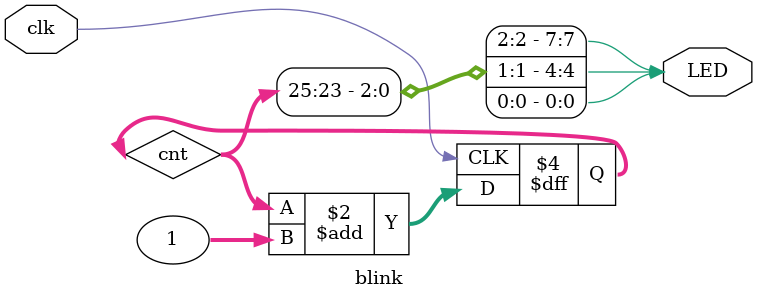
<source format=v>
	module blink (
	input wire clk, // 50MHz input clock
	output wire[7:0] LED // 8 LEDS array
	);

// created a binary counter (32-bit)
	reg [31:0] cnt; 

initial begin

cnt <= 32'h00000000; // starting cnt with zero

end

always @(posedge clk) begin

cnt <= cnt + 1; // count up

end


assign LED[0] = cnt[23];     // LED with frequency = 50000000/ 2^23 = about 6 blinks per second
assign LED[4] = cnt[24];     // LED with frequency = about 3 blinks per second
assign LED[7] = cnt[25];     // LED with frequency = about 3 blinks in every 2 seconds.
endmodule
</source>
